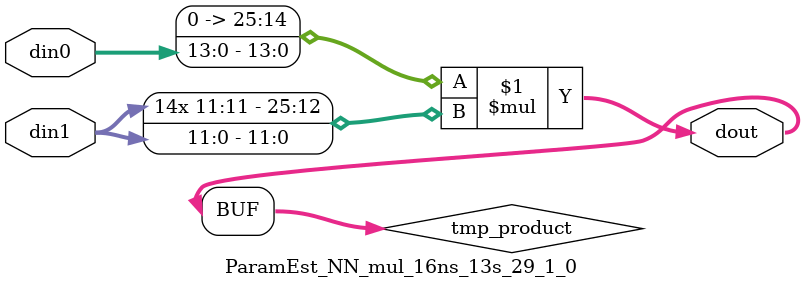
<source format=v>

`timescale 1 ns / 1 ps

  module ParamEst_NN_mul_16ns_13s_29_1_0(din0, din1, dout);
parameter ID = 1;
parameter NUM_STAGE = 0;
parameter din0_WIDTH = 14;
parameter din1_WIDTH = 12;
parameter dout_WIDTH = 26;

input [din0_WIDTH - 1 : 0] din0; 
input [din1_WIDTH - 1 : 0] din1; 
output [dout_WIDTH - 1 : 0] dout;

wire signed [dout_WIDTH - 1 : 0] tmp_product;











assign tmp_product = $signed({1'b0, din0}) * $signed(din1);










assign dout = tmp_product;







endmodule

</source>
